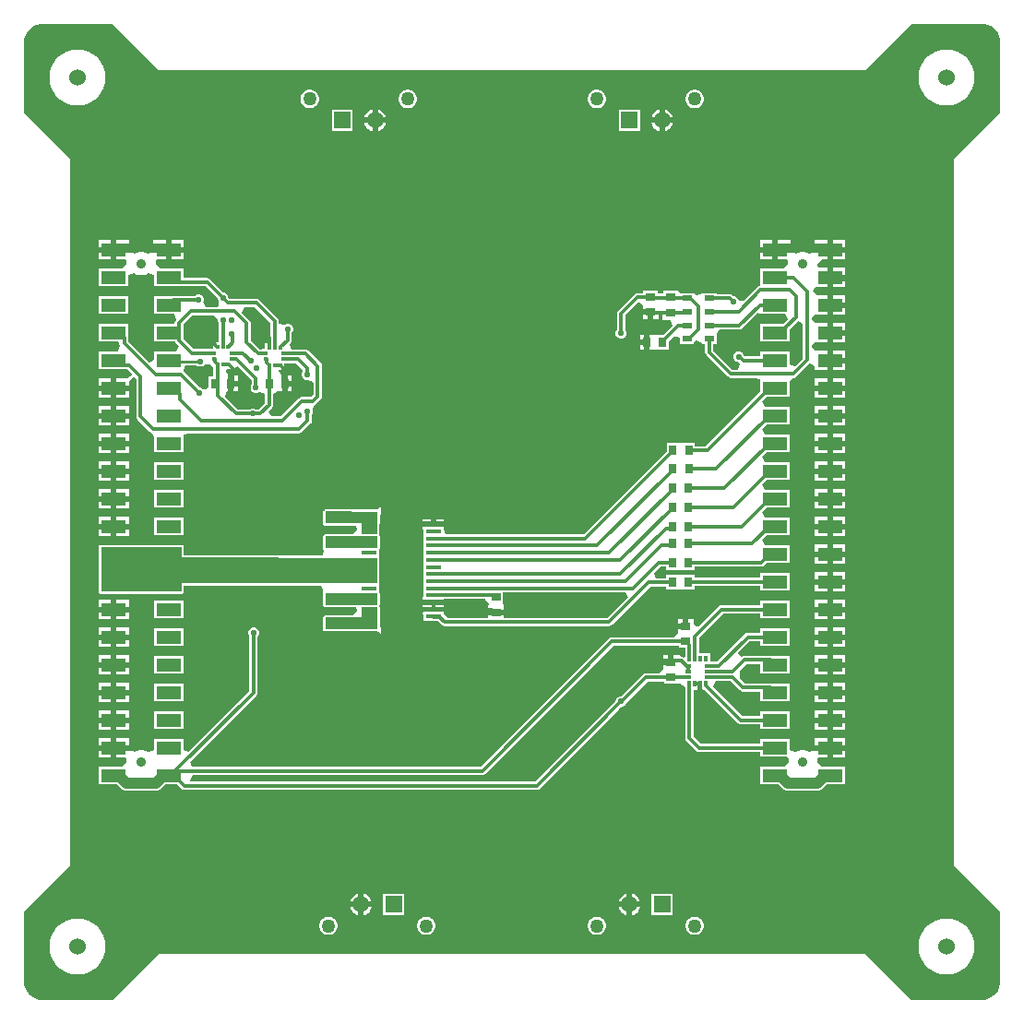
<source format=gbl>
G04*
G04 #@! TF.GenerationSoftware,Altium Limited,Altium Designer,24.9.1 (31)*
G04*
G04 Layer_Physical_Order=4*
G04 Layer_Color=16711680*
%FSLAX25Y25*%
%MOIN*%
G70*
G04*
G04 #@! TF.SameCoordinates,8C3E2955-48CA-471D-9453-E4D1A35B8BF5*
G04*
G04*
G04 #@! TF.FilePolarity,Positive*
G04*
G01*
G75*
%ADD12C,0.01000*%
%ADD21C,0.03937*%
%ADD23C,0.01378*%
%ADD24C,0.01800*%
%ADD25R,0.05984X0.05984*%
%ADD26C,0.05984*%
%ADD27C,0.05000*%
%ADD28C,0.06000*%
%ADD29C,0.03504*%
%ADD30C,0.02300*%
%ADD31R,0.07480X0.12598*%
%ADD32R,0.05807X0.01772*%
%ADD33R,0.01378X0.01181*%
%ADD34R,0.01181X0.01378*%
%ADD35R,0.03543X0.03150*%
%ADD36R,0.03543X0.02756*%
%ADD37R,0.02756X0.03543*%
%ADD38R,0.09016X0.05000*%
%ADD39R,0.03150X0.03543*%
%ADD40R,0.03740X0.02165*%
%ADD41R,0.02264X0.01378*%
%ADD42R,0.01378X0.02264*%
%ADD43C,0.01799*%
G36*
X348879Y352963D02*
X349988Y352503D01*
X350987Y351836D01*
X351836Y350987D01*
X352503Y349988D01*
X352963Y348879D01*
X353197Y347701D01*
Y347100D01*
Y321333D01*
X336932Y305068D01*
X336932Y305068D01*
X336758Y304807D01*
X336697Y304500D01*
Y49500D01*
X336758Y49193D01*
X336932Y48932D01*
X353197Y32667D01*
X353197Y7000D01*
X353197Y6390D01*
X352959Y5192D01*
X352492Y4064D01*
X351814Y3049D01*
X350951Y2186D01*
X349936Y1508D01*
X348808Y1041D01*
X347610Y803D01*
X347000Y803D01*
X321333D01*
X305068Y17068D01*
X305068Y17068D01*
X304807Y17242D01*
X304500Y17303D01*
X49500D01*
X49193Y17242D01*
X48932Y17068D01*
X32667Y803D01*
X7000D01*
X6390Y803D01*
X5192Y1041D01*
X4064Y1508D01*
X3049Y2186D01*
X2186Y3049D01*
X1508Y4064D01*
X1041Y5192D01*
X803Y6390D01*
X803Y7000D01*
Y32667D01*
X17068Y48932D01*
X17068Y48932D01*
X17242Y49193D01*
X17303Y49500D01*
Y304500D01*
X17242Y304807D01*
X17068Y305068D01*
X803Y321333D01*
Y347000D01*
Y347610D01*
X1041Y348808D01*
X1508Y349936D01*
X2186Y350951D01*
X3049Y351814D01*
X4064Y352492D01*
X5192Y352959D01*
X6390Y353197D01*
X32667D01*
X48932Y336932D01*
X48932Y336932D01*
X49193Y336758D01*
X49500Y336697D01*
X304500D01*
X304807Y336758D01*
X305068Y336932D01*
X321333Y353197D01*
X347701D01*
X348879Y352963D01*
D02*
G37*
%LPC*%
G36*
X334000Y344155D02*
X332019Y343960D01*
X330114Y343382D01*
X328358Y342444D01*
X326819Y341181D01*
X325556Y339642D01*
X324618Y337886D01*
X324040Y335981D01*
X323845Y334000D01*
X324040Y332019D01*
X324618Y330114D01*
X325556Y328358D01*
X326819Y326819D01*
X328358Y325556D01*
X330114Y324618D01*
X332019Y324040D01*
X334000Y323845D01*
X335981Y324040D01*
X337886Y324618D01*
X339642Y325556D01*
X341181Y326819D01*
X342444Y328358D01*
X343382Y330114D01*
X343960Y332019D01*
X344155Y334000D01*
X343960Y335981D01*
X343382Y337886D01*
X342444Y339642D01*
X341181Y341181D01*
X339642Y342444D01*
X337886Y343382D01*
X335981Y343960D01*
X334000Y344155D01*
D02*
G37*
G36*
X20000D02*
X18019Y343960D01*
X16114Y343382D01*
X14358Y342444D01*
X12819Y341181D01*
X11556Y339642D01*
X10618Y337886D01*
X10040Y335981D01*
X9845Y334000D01*
X10040Y332019D01*
X10618Y330114D01*
X11556Y328358D01*
X12819Y326819D01*
X14358Y325556D01*
X16114Y324618D01*
X18019Y324040D01*
X20000Y323845D01*
X21981Y324040D01*
X23886Y324618D01*
X25642Y325556D01*
X27181Y326819D01*
X28444Y328358D01*
X29382Y330114D01*
X29960Y332019D01*
X30155Y334000D01*
X29960Y335981D01*
X29382Y337886D01*
X28444Y339642D01*
X27181Y341181D01*
X25642Y342444D01*
X23886Y343382D01*
X21981Y343960D01*
X20000Y344155D01*
D02*
G37*
G36*
X243455Y329504D02*
X242589D01*
X241753Y329280D01*
X241003Y328847D01*
X240391Y328235D01*
X239959Y327485D01*
X239735Y326649D01*
Y325784D01*
X239959Y324948D01*
X240391Y324198D01*
X241003Y323586D01*
X241753Y323153D01*
X242589Y322929D01*
X243455D01*
X244291Y323153D01*
X245041Y323586D01*
X245653Y324198D01*
X246085Y324948D01*
X246309Y325784D01*
Y326649D01*
X246085Y327485D01*
X245653Y328235D01*
X245041Y328847D01*
X244291Y329280D01*
X243455Y329504D01*
D02*
G37*
G36*
X208022D02*
X207156D01*
X206320Y329280D01*
X205571Y328847D01*
X204958Y328235D01*
X204526Y327485D01*
X204302Y326649D01*
Y325784D01*
X204526Y324948D01*
X204958Y324198D01*
X205571Y323586D01*
X206320Y323153D01*
X207156Y322929D01*
X208022D01*
X208858Y323153D01*
X209608Y323586D01*
X210220Y324198D01*
X210652Y324948D01*
X210876Y325784D01*
Y326649D01*
X210652Y327485D01*
X210220Y328235D01*
X209608Y328847D01*
X208858Y329280D01*
X208022Y329504D01*
D02*
G37*
G36*
X139744D02*
X138878D01*
X138042Y329280D01*
X137293Y328847D01*
X136680Y328235D01*
X136248Y327485D01*
X136024Y326649D01*
Y325784D01*
X136248Y324948D01*
X136680Y324198D01*
X137293Y323586D01*
X138042Y323153D01*
X138878Y322929D01*
X139744D01*
X140580Y323153D01*
X141330Y323586D01*
X141942Y324198D01*
X142374Y324948D01*
X142598Y325784D01*
Y326649D01*
X142374Y327485D01*
X141942Y328235D01*
X141330Y328847D01*
X140580Y329280D01*
X139744Y329504D01*
D02*
G37*
G36*
X104311D02*
X103445D01*
X102609Y329280D01*
X101859Y328847D01*
X101247Y328235D01*
X100815Y327485D01*
X100591Y326649D01*
Y325784D01*
X100815Y324948D01*
X101247Y324198D01*
X101859Y323586D01*
X102609Y323153D01*
X103445Y322929D01*
X104311D01*
X105147Y323153D01*
X105896Y323586D01*
X106509Y324198D01*
X106941Y324948D01*
X107165Y325784D01*
Y326649D01*
X106941Y327485D01*
X106509Y328235D01*
X105896Y328847D01*
X105147Y329280D01*
X104311Y329504D01*
D02*
G37*
G36*
X128500Y322365D02*
Y319500D01*
X131365D01*
X131220Y320041D01*
X130694Y320951D01*
X129951Y321694D01*
X129041Y322220D01*
X128500Y322365D01*
D02*
G37*
G36*
X232211D02*
Y319500D01*
X235076D01*
X234931Y320041D01*
X234405Y320951D01*
X233662Y321694D01*
X232752Y322220D01*
X232211Y322365D01*
D02*
G37*
G36*
X126500D02*
X125959Y322220D01*
X125049Y321694D01*
X124305Y320951D01*
X123780Y320041D01*
X123635Y319500D01*
X126500D01*
Y322365D01*
D02*
G37*
G36*
X230211D02*
X229670Y322220D01*
X228760Y321694D01*
X228016Y320951D01*
X227491Y320041D01*
X227346Y319500D01*
X230211D01*
Y322365D01*
D02*
G37*
G36*
X223180Y322280D02*
X215620D01*
Y314721D01*
X223180D01*
Y322280D01*
D02*
G37*
G36*
X119468D02*
X111909D01*
Y314721D01*
X119468D01*
Y322280D01*
D02*
G37*
G36*
X235076Y317500D02*
X232211D01*
Y314635D01*
X232752Y314780D01*
X233662Y315305D01*
X234405Y316049D01*
X234931Y316959D01*
X235076Y317500D01*
D02*
G37*
G36*
X131365D02*
X128500D01*
Y314635D01*
X129041Y314780D01*
X129951Y315305D01*
X130694Y316049D01*
X131220Y316959D01*
X131365Y317500D01*
D02*
G37*
G36*
X230211D02*
X227346D01*
X227491Y316959D01*
X228016Y316049D01*
X228760Y315305D01*
X229670Y314780D01*
X230211Y314635D01*
Y317500D01*
D02*
G37*
G36*
X126500D02*
X123635D01*
X123780Y316959D01*
X124305Y316049D01*
X125049Y315305D01*
X125959Y314780D01*
X126500Y314635D01*
Y317500D01*
D02*
G37*
G36*
X297449Y275300D02*
X292941D01*
Y272800D01*
X297449D01*
Y275300D01*
D02*
G37*
G36*
X290941D02*
X286433D01*
Y272800D01*
X290941D01*
Y275300D01*
D02*
G37*
G36*
X277567D02*
X273059D01*
Y272800D01*
X277567D01*
Y275300D01*
D02*
G37*
G36*
X271059D02*
X266551D01*
Y272800D01*
X271059D01*
Y275300D01*
D02*
G37*
G36*
X58449D02*
X53941D01*
Y272800D01*
X58449D01*
Y275300D01*
D02*
G37*
G36*
X51941D02*
X47433D01*
Y272800D01*
X51941D01*
Y275300D01*
D02*
G37*
G36*
X38567D02*
X34059D01*
Y272800D01*
X38567D01*
Y275300D01*
D02*
G37*
G36*
X32059D02*
X27551D01*
Y272800D01*
X32059D01*
Y275300D01*
D02*
G37*
G36*
X282565Y271091D02*
X281435D01*
X280344Y270799D01*
X279535Y270332D01*
X278828Y270529D01*
X278332Y270800D01*
X273059D01*
Y268300D01*
X275921D01*
X276800Y267840D01*
X276814Y266710D01*
X275090Y265087D01*
X266764D01*
Y258705D01*
X266700D01*
X266124Y258591D01*
X265636Y258264D01*
X260802Y253431D01*
X260247Y253428D01*
X258595Y254007D01*
X258542Y254133D01*
X257997Y254678D01*
X257285Y254973D01*
X257091D01*
X256718Y255346D01*
X256230Y255673D01*
X255654Y255787D01*
X250893D01*
Y256152D01*
X245578D01*
Y256152D01*
X243609Y255421D01*
X242822Y256004D01*
Y256152D01*
X237507D01*
X236850Y256901D01*
Y256901D01*
X231732D01*
Y255925D01*
X229559D01*
Y257118D01*
X224441D01*
Y256012D01*
X222265D01*
X221689Y255898D01*
X221200Y255571D01*
X215336Y249707D01*
X215009Y249218D01*
X214895Y248642D01*
Y242735D01*
X214757Y242597D01*
X214463Y241885D01*
Y241115D01*
X214757Y240403D01*
X215303Y239858D01*
X216015Y239563D01*
X216785D01*
X217497Y239858D01*
X218042Y240403D01*
X218337Y241115D01*
Y241885D01*
X218042Y242597D01*
X217905Y242735D01*
Y248019D01*
X222472Y252586D01*
X222947Y252540D01*
X224228Y251558D01*
X224228Y250513D01*
Y250244D01*
X227000D01*
Y249244D01*
X228000D01*
Y246669D01*
X229641D01*
X231519Y246452D01*
X231650Y246452D01*
X234254D01*
X235069Y244483D01*
X231491Y240905D01*
X231458D01*
X231337Y240881D01*
X230220D01*
X228339Y241094D01*
X227034Y241094D01*
X226764D01*
Y238322D01*
Y235551D01*
X227034D01*
X228339Y235551D01*
X230220Y235763D01*
X233639D01*
Y238795D01*
X235539Y240695D01*
X237507Y239879D01*
Y237648D01*
X242822D01*
Y238262D01*
X243609Y238849D01*
X245578Y237862D01*
Y237648D01*
X246730D01*
Y234765D01*
X246845Y234189D01*
X247171Y233700D01*
X255036Y225836D01*
X255524Y225509D01*
X256100Y225395D01*
X264923D01*
X266764Y225087D01*
X266764Y223426D01*
Y220641D01*
X246928Y200805D01*
X243065D01*
Y201859D01*
X239128D01*
X238735Y201859D01*
X237160D01*
X236766Y201859D01*
X232829D01*
Y198870D01*
X202855Y168896D01*
X153053D01*
X152471Y170623D01*
X152471Y170623D01*
X152471D01*
X152471Y170623D01*
Y171509D01*
X152258D01*
Y171623D01*
X148567D01*
X144876D01*
Y171509D01*
X144663D01*
Y170623D01*
X144876D01*
Y165717D01*
Y163158D01*
Y160599D01*
Y158040D01*
Y155481D01*
Y152922D01*
Y150363D01*
Y146245D01*
X144663D01*
Y145359D01*
X144876D01*
Y145245D01*
X148567D01*
X152258D01*
Y145359D01*
X152471D01*
Y145507D01*
X167183D01*
X167373Y145341D01*
X168519Y143538D01*
X168417Y142884D01*
X168417D01*
Y141506D01*
X171189D01*
X173961D01*
Y142884D01*
X173961D01*
X173748Y144247D01*
X173748D01*
Y147972D01*
X218071D01*
X218824Y146153D01*
X211473Y138801D01*
X173961D01*
Y139506D01*
X171189D01*
X168417D01*
Y138801D01*
X153978D01*
X152471Y139914D01*
Y140800D01*
X152258D01*
Y140914D01*
X148567D01*
X144876D01*
Y140800D01*
X144663D01*
Y139914D01*
X144876D01*
Y137568D01*
X148618D01*
X148764Y137539D01*
X150158D01*
X151465Y136232D01*
X151953Y135905D01*
X152530Y135791D01*
X212096D01*
X212672Y135905D01*
X213160Y136232D01*
X227024Y150095D01*
X232682D01*
Y149041D01*
X236619D01*
X237013Y149041D01*
X238587D01*
X238981Y149041D01*
X242918D01*
Y150295D01*
X266764D01*
Y148513D01*
X277354D01*
Y155087D01*
X266764D01*
Y153305D01*
X242918D01*
Y154159D01*
X238981D01*
X238587Y154159D01*
X237013D01*
X236619Y154159D01*
X232682D01*
Y153105D01*
X229132D01*
X228379Y154924D01*
X230650Y157195D01*
X232682D01*
Y156141D01*
X236619D01*
X237013Y156141D01*
X238587D01*
X238981Y156141D01*
X242918D01*
Y157195D01*
X266951D01*
X267527Y157309D01*
X268016Y157636D01*
X268893Y158513D01*
X277354D01*
Y165087D01*
X268251D01*
X267436Y167056D01*
X268893Y168513D01*
X277354D01*
Y175087D01*
X268251D01*
X267436Y177056D01*
X268893Y178513D01*
X277354D01*
Y185087D01*
X268251D01*
X267436Y187056D01*
X268893Y188513D01*
X277354D01*
Y195087D01*
X268251D01*
X267436Y197056D01*
X268893Y198513D01*
X277354D01*
Y205087D01*
X268251D01*
X267436Y207056D01*
X268893Y208513D01*
X277354D01*
Y215087D01*
X268251D01*
X267436Y217056D01*
X268893Y218513D01*
X277354D01*
X277354Y224168D01*
X278709Y225383D01*
X279159Y225482D01*
X279298Y225509D01*
X279786Y225836D01*
X284465Y230514D01*
X285502Y230323D01*
X286433Y229790D01*
Y228300D01*
X290941D01*
Y231800D01*
Y235300D01*
X287130D01*
X286433Y235300D01*
X285162Y236742D01*
Y236858D01*
X286433Y238300D01*
X287130Y238300D01*
X290941D01*
Y241800D01*
Y245300D01*
X287130D01*
X286433Y245300D01*
X285162Y246742D01*
Y246858D01*
X286433Y248300D01*
X287130Y248300D01*
X290941D01*
Y251800D01*
Y255300D01*
X287159D01*
X287072Y255368D01*
X285691Y256961D01*
X285696Y257019D01*
X285830Y257359D01*
X286417Y258126D01*
X286613Y258247D01*
X286780Y258277D01*
X287353Y258300D01*
X288182Y258300D01*
X290941D01*
Y261800D01*
Y265300D01*
X288079D01*
X287335Y265689D01*
Y266640D01*
X289142Y268300D01*
X290941D01*
Y270800D01*
X285667D01*
X285172Y270529D01*
X284465Y270332D01*
X283656Y270799D01*
X282565Y271091D01*
D02*
G37*
G36*
X43565D02*
X42435D01*
X41344Y270799D01*
X40535Y270332D01*
X39828Y270529D01*
X39333Y270800D01*
X34059D01*
Y268300D01*
X36921D01*
X37800Y267840D01*
X37814Y266710D01*
X36090Y265087D01*
X27764D01*
Y258513D01*
X38354D01*
Y262593D01*
X40323Y263408D01*
X40365Y263366D01*
X41344Y262801D01*
X42435Y262509D01*
X43565D01*
X44656Y262801D01*
X45635Y263366D01*
X45677Y263408D01*
X47646Y262593D01*
Y258513D01*
X58236D01*
Y258543D01*
X66279D01*
X70564Y254258D01*
Y254064D01*
X70859Y253352D01*
X71137Y253074D01*
X70896Y251813D01*
X70534Y251105D01*
X66508D01*
X66055Y251657D01*
X65435Y253074D01*
X65548Y253346D01*
Y254117D01*
X65253Y254829D01*
X64708Y255374D01*
X63996Y255669D01*
X63225D01*
X62513Y255374D01*
X62207Y255067D01*
X58236D01*
Y255087D01*
X47646D01*
Y248513D01*
X55039D01*
X55761Y246768D01*
X55630Y246532D01*
X55507Y246409D01*
X55181Y245920D01*
X55120Y245614D01*
X54827Y245087D01*
X47646D01*
Y238513D01*
X55357D01*
X55369Y238450D01*
X55695Y237962D01*
X56601Y237056D01*
X55786Y235087D01*
X47646D01*
Y231841D01*
X45827Y231088D01*
X38386Y238528D01*
Y239182D01*
X38383Y239196D01*
Y239989D01*
X38354Y240134D01*
Y245087D01*
X27764D01*
Y238513D01*
X34492D01*
X35384Y236934D01*
X34569Y235087D01*
X27764D01*
Y228513D01*
X38059D01*
X39823Y226748D01*
X38986Y225841D01*
X37885Y225300D01*
X36631Y225300D01*
X34059D01*
Y222800D01*
X38567D01*
Y223333D01*
X38567Y224381D01*
X40421Y225496D01*
X41195Y224966D01*
Y211500D01*
X41309Y210924D01*
X41636Y210436D01*
X46060Y206011D01*
X46236Y205836D01*
X46912Y205189D01*
X47551Y204100D01*
X47646Y203609D01*
Y198513D01*
X58236D01*
Y203426D01*
X58236Y205087D01*
X60077Y205395D01*
X100014D01*
X100590Y205509D01*
X101078Y205836D01*
X104164Y208922D01*
X104491Y209410D01*
X104605Y209986D01*
Y211965D01*
X104743Y212103D01*
X105037Y212815D01*
Y213585D01*
X105035Y213705D01*
X105470Y215235D01*
X105959Y215865D01*
X106064Y215936D01*
X107864Y217736D01*
X108191Y218224D01*
X108305Y218800D01*
Y229800D01*
X108191Y230376D01*
X107864Y230864D01*
X103478Y235251D01*
X102989Y235578D01*
X102413Y235692D01*
X97250D01*
X96496Y237511D01*
X97029Y238044D01*
X97356Y238532D01*
X97470Y239108D01*
Y241885D01*
X97607Y242023D01*
X97902Y242735D01*
Y243505D01*
X97607Y244217D01*
X97062Y244762D01*
X96350Y245057D01*
X95580D01*
X94867Y244762D01*
X94714Y244609D01*
X92887Y245124D01*
X92746Y245213D01*
Y245860D01*
X92631Y246435D01*
X92305Y246924D01*
X85564Y253664D01*
X85076Y253991D01*
X84500Y254105D01*
X74975D01*
X74439Y254641D01*
Y254835D01*
X74144Y255547D01*
X73599Y256092D01*
X72887Y256387D01*
X72693D01*
X67967Y261113D01*
X67479Y261439D01*
X66903Y261554D01*
X58236D01*
Y265087D01*
X49910D01*
X48186Y266710D01*
X48200Y267840D01*
X49079Y268300D01*
X51941D01*
Y270800D01*
X46668D01*
X46172Y270529D01*
X45465Y270332D01*
X44656Y270799D01*
X43565Y271091D01*
D02*
G37*
G36*
X297449Y270800D02*
X292941D01*
Y268300D01*
X297449D01*
Y270800D01*
D02*
G37*
G36*
X271059D02*
X266551D01*
Y268300D01*
X271059D01*
Y270800D01*
D02*
G37*
G36*
X58449D02*
X53941D01*
Y268300D01*
X58449D01*
Y270800D01*
D02*
G37*
G36*
X32059D02*
X27551D01*
Y268300D01*
X32059D01*
Y270800D01*
D02*
G37*
G36*
X297449Y265300D02*
X292941D01*
Y262800D01*
X297449D01*
Y265300D01*
D02*
G37*
G36*
Y260800D02*
X292941D01*
Y258300D01*
X297449D01*
Y260800D01*
D02*
G37*
G36*
X292941Y255300D02*
Y252800D01*
X297449D01*
Y255300D01*
X292941D01*
D02*
G37*
G36*
X38354Y255087D02*
X27764D01*
Y248513D01*
X38354D01*
Y255087D01*
D02*
G37*
G36*
X297449Y250800D02*
X292941D01*
Y248300D01*
X297449D01*
Y250800D01*
D02*
G37*
G36*
X226000Y248244D02*
X224228D01*
Y246669D01*
X226000D01*
Y248244D01*
D02*
G37*
G36*
X292941Y245300D02*
Y242800D01*
X297449D01*
Y245300D01*
X292941D01*
D02*
G37*
G36*
X224764Y241094D02*
X223190D01*
Y239322D01*
X224764D01*
Y241094D01*
D02*
G37*
G36*
X297449Y240800D02*
X292941D01*
Y238300D01*
X297449D01*
Y240800D01*
D02*
G37*
G36*
X224764Y237322D02*
X223190D01*
Y235551D01*
X224764D01*
Y237322D01*
D02*
G37*
G36*
X292941Y235300D02*
Y232800D01*
X297449D01*
Y235300D01*
X292941D01*
D02*
G37*
G36*
X297449Y230800D02*
X292941D01*
Y228300D01*
X297449D01*
Y230800D01*
D02*
G37*
G36*
Y225300D02*
X292941D01*
Y222800D01*
X297449D01*
Y225300D01*
D02*
G37*
G36*
X290941D02*
X286433D01*
Y222800D01*
X290941D01*
Y225300D01*
D02*
G37*
G36*
X32059D02*
X27551D01*
Y222800D01*
X32059D01*
Y225300D01*
D02*
G37*
G36*
X297449Y220800D02*
X292941D01*
Y218300D01*
X297449D01*
Y220800D01*
D02*
G37*
G36*
X290941D02*
X286433D01*
Y218300D01*
X290941D01*
Y220800D01*
D02*
G37*
G36*
X38567D02*
X34059D01*
Y218300D01*
X38567D01*
Y220800D01*
D02*
G37*
G36*
X32059D02*
X27551D01*
Y218300D01*
X32059D01*
Y220800D01*
D02*
G37*
G36*
X297449Y215300D02*
X292941D01*
Y212800D01*
X297449D01*
Y215300D01*
D02*
G37*
G36*
X290941D02*
X286433D01*
Y212800D01*
X290941D01*
Y215300D01*
D02*
G37*
G36*
X38567D02*
X34059D01*
Y212800D01*
X38567D01*
Y215300D01*
D02*
G37*
G36*
X32059D02*
X27551D01*
Y212800D01*
X32059D01*
Y215300D01*
D02*
G37*
G36*
X297449Y210800D02*
X292941D01*
Y208300D01*
X297449D01*
Y210800D01*
D02*
G37*
G36*
X290941D02*
X286433D01*
Y208300D01*
X290941D01*
Y210800D01*
D02*
G37*
G36*
X38567D02*
X34059D01*
Y208300D01*
X38567D01*
Y210800D01*
D02*
G37*
G36*
X32059D02*
X27551D01*
Y208300D01*
X32059D01*
Y210800D01*
D02*
G37*
G36*
X297449Y205300D02*
X292941D01*
Y202800D01*
X297449D01*
Y205300D01*
D02*
G37*
G36*
X290941D02*
X286433D01*
Y202800D01*
X290941D01*
Y205300D01*
D02*
G37*
G36*
X38567D02*
X34059D01*
Y202800D01*
X38567D01*
Y205300D01*
D02*
G37*
G36*
X32059D02*
X27551D01*
Y202800D01*
X32059D01*
Y205300D01*
D02*
G37*
G36*
X297449Y200800D02*
X292941D01*
Y198300D01*
X297449D01*
Y200800D01*
D02*
G37*
G36*
X290941D02*
X286433D01*
Y198300D01*
X290941D01*
Y200800D01*
D02*
G37*
G36*
X38567D02*
X34059D01*
Y198300D01*
X38567D01*
Y200800D01*
D02*
G37*
G36*
X32059D02*
X27551D01*
Y198300D01*
X32059D01*
Y200800D01*
D02*
G37*
G36*
X297449Y195300D02*
X292941D01*
Y192800D01*
X297449D01*
Y195300D01*
D02*
G37*
G36*
X290941D02*
X286433D01*
Y192800D01*
X290941D01*
Y195300D01*
D02*
G37*
G36*
X38567D02*
X34059D01*
Y192800D01*
X38567D01*
Y195300D01*
D02*
G37*
G36*
X32059D02*
X27551D01*
Y192800D01*
X32059D01*
Y195300D01*
D02*
G37*
G36*
X58236Y195087D02*
X47646D01*
Y188513D01*
X58236D01*
Y195087D01*
D02*
G37*
G36*
X297449Y190800D02*
X292941D01*
Y188300D01*
X297449D01*
Y190800D01*
D02*
G37*
G36*
X290941D02*
X286433D01*
Y188300D01*
X290941D01*
Y190800D01*
D02*
G37*
G36*
X38567D02*
X34059D01*
Y188300D01*
X38567D01*
Y190800D01*
D02*
G37*
G36*
X32059D02*
X27551D01*
Y188300D01*
X32059D01*
Y190800D01*
D02*
G37*
G36*
X129717Y186089D02*
X129680Y186000D01*
X129717D01*
X129717Y186089D01*
D02*
G37*
G36*
X129717Y185000D02*
X129680D01*
X129717Y184911D01*
X129717Y185000D01*
D02*
G37*
G36*
X297449Y185300D02*
X292941D01*
Y182800D01*
X297449D01*
Y185300D01*
D02*
G37*
G36*
X290941D02*
X286433D01*
Y182800D01*
X290941D01*
Y185300D01*
D02*
G37*
G36*
X38567D02*
X34059D01*
Y182800D01*
X38567D01*
Y185300D01*
D02*
G37*
G36*
X32059D02*
X27551D01*
Y182800D01*
X32059D01*
Y185300D01*
D02*
G37*
G36*
X144283Y179657D02*
Y179363D01*
X144405D01*
X144283Y179657D01*
D02*
G37*
G36*
X58236Y185087D02*
X47646D01*
Y178513D01*
X58236D01*
Y185087D01*
D02*
G37*
G36*
X297449Y180800D02*
X292941D01*
Y178300D01*
X297449D01*
Y180800D01*
D02*
G37*
G36*
X290941D02*
X286433D01*
Y178300D01*
X290941D01*
Y180800D01*
D02*
G37*
G36*
X38567D02*
X34059D01*
Y178300D01*
X38567D01*
Y180800D01*
D02*
G37*
G36*
X32059D02*
X27551D01*
Y178300D01*
X32059D01*
Y180800D01*
D02*
G37*
G36*
X144405Y178363D02*
X144283D01*
Y178068D01*
X144405Y178363D01*
D02*
G37*
G36*
X129718Y178902D02*
X129650Y178821D01*
X129480Y178685D01*
X128430Y177989D01*
X128217Y177930D01*
X110231Y177964D01*
X109749Y177965D01*
X109749Y177965D01*
X109749Y177965D01*
X109748Y177965D01*
X109594Y177935D01*
X109594Y177935D01*
X109442Y177905D01*
X109442Y177904D01*
X109442Y177904D01*
X109441Y177904D01*
X109441Y177904D01*
X109314Y177819D01*
X109181Y177731D01*
X109181Y177731D01*
X109181Y177731D01*
X108933Y177483D01*
X108933Y177483D01*
X108932Y177483D01*
X108845Y177352D01*
X108759Y177223D01*
X108758Y177223D01*
X108758Y177223D01*
X108758Y177222D01*
X108758Y177222D01*
X108728Y177070D01*
X108728Y177070D01*
X108697Y176916D01*
X108697Y176916D01*
X108697Y176915D01*
X108697Y176915D01*
X108697Y176915D01*
X108697Y176433D01*
Y172828D01*
X108758Y172521D01*
X108932Y172260D01*
X109193Y172087D01*
X109500Y172025D01*
X120700D01*
X121086Y170723D01*
X119734Y169080D01*
X110231Y169098D01*
X109749Y169099D01*
X109749Y169099D01*
X109749Y169099D01*
X109748Y169099D01*
X109594Y169069D01*
X109594Y169069D01*
X109442Y169039D01*
X109442Y169038D01*
X109442Y169038D01*
X109441Y169038D01*
X109441Y169038D01*
X109314Y168953D01*
X109181Y168865D01*
X109181Y168865D01*
X109181Y168865D01*
X108933Y168617D01*
X108933Y168617D01*
X108932Y168617D01*
X108845Y168487D01*
X108759Y168357D01*
X108758Y168357D01*
X108758Y168357D01*
X108758Y168356D01*
X108758Y168356D01*
X108728Y168204D01*
X108728Y168204D01*
X108697Y168050D01*
X108697Y168050D01*
X108697Y168049D01*
X108697Y168049D01*
X108697Y168049D01*
X108697Y167567D01*
Y163962D01*
X108758Y163655D01*
X108932Y163394D01*
X109112Y163275D01*
X109140Y163128D01*
X108591Y161307D01*
X58303Y161377D01*
X58303Y164295D01*
X58303Y164295D01*
X58303Y164295D01*
X58303Y164296D01*
X58303Y164296D01*
X58303Y164296D01*
X58236Y165087D01*
X57498Y165100D01*
X57498Y165100D01*
X57497Y165100D01*
X57497Y165100D01*
X56668Y165100D01*
X28500D01*
X28437Y165087D01*
X27764D01*
Y164613D01*
X27758Y164604D01*
X27697Y164297D01*
Y148200D01*
X27758Y147893D01*
X27932Y147632D01*
X28193Y147458D01*
X28500Y147397D01*
X57500D01*
X57807Y147458D01*
X58068Y147632D01*
X58242Y147893D01*
X58303Y148200D01*
Y150397D01*
X107966D01*
X108236Y150083D01*
X108472Y149665D01*
X108618Y149188D01*
X108658Y148842D01*
X108766Y147881D01*
X108736Y147729D01*
X108736D01*
X108705Y147575D01*
X108705Y147575D01*
X108705Y147574D01*
X108705Y147574D01*
X108705Y147574D01*
X108705Y147092D01*
Y143473D01*
X108767Y143166D01*
X108941Y142905D01*
X109201Y142731D01*
X109508Y142670D01*
X120656D01*
X121053Y141428D01*
X119702Y139757D01*
X110248Y139775D01*
X109766Y139776D01*
X109766Y139776D01*
X109765Y139776D01*
X109765Y139776D01*
X109611Y139746D01*
X109611Y139746D01*
X109458Y139716D01*
X109458Y139716D01*
X109458Y139715D01*
X109458Y139715D01*
X109458Y139715D01*
X109330Y139630D01*
X109198Y139542D01*
X109197Y139542D01*
X109197Y139541D01*
X108949Y139294D01*
X108949Y139294D01*
X108949Y139294D01*
X108862Y139164D01*
X108775Y139034D01*
X108775Y139034D01*
X108775Y139034D01*
X108775Y139033D01*
X108775Y139033D01*
X108744Y138881D01*
X108744Y138881D01*
X108714Y138727D01*
X108714Y138727D01*
X108714Y138726D01*
X108714Y138726D01*
X108714Y138726D01*
X108714Y138244D01*
Y134639D01*
X108775Y134332D01*
X108949Y134072D01*
X109209Y133897D01*
X109517Y133836D01*
X128185D01*
X128372Y133836D01*
X128599Y133750D01*
X129510Y133117D01*
Y133117D01*
X129510Y133117D01*
Y133117D01*
X129726Y132756D01*
X129726Y135191D01*
X129174Y135451D01*
X129174Y135637D01*
Y137979D01*
X129174Y137979D01*
Y142622D01*
X129174Y142622D01*
X129124Y142876D01*
Y143219D01*
X129174Y143473D01*
Y147804D01*
X129124Y148058D01*
Y151113D01*
X129141Y151200D01*
Y160477D01*
X129124Y160564D01*
Y163692D01*
X129174Y163946D01*
Y168234D01*
X129167Y168273D01*
X129171Y168313D01*
X129136Y168425D01*
X129124Y168488D01*
Y168976D01*
X129141Y169064D01*
Y172745D01*
X129158Y172828D01*
Y176066D01*
X129719Y176367D01*
X129718Y178902D01*
D02*
G37*
G36*
X152471Y174395D02*
X149567D01*
Y173509D01*
X152471D01*
Y174395D01*
D02*
G37*
G36*
X147567D02*
X144663D01*
Y173509D01*
X147567D01*
Y174395D01*
D02*
G37*
G36*
X297449Y175300D02*
X292941D01*
Y172800D01*
X297449D01*
Y175300D01*
D02*
G37*
G36*
X290941D02*
X286433D01*
Y172800D01*
X290941D01*
Y175300D01*
D02*
G37*
G36*
X38567D02*
X34059D01*
Y172800D01*
X38567D01*
Y175300D01*
D02*
G37*
G36*
X32059D02*
X27551D01*
Y172800D01*
X32059D01*
Y175300D01*
D02*
G37*
G36*
X58236Y175087D02*
X47646D01*
Y168513D01*
X58236D01*
Y175087D01*
D02*
G37*
G36*
X297449Y170800D02*
X292941D01*
Y168300D01*
X297449D01*
Y170800D01*
D02*
G37*
G36*
X290941D02*
X286433D01*
Y168300D01*
X290941D01*
Y170800D01*
D02*
G37*
G36*
X38567D02*
X34059D01*
Y168300D01*
X38567D01*
Y170800D01*
D02*
G37*
G36*
X32059D02*
X27551D01*
Y168300D01*
X32059D01*
Y170800D01*
D02*
G37*
G36*
X297449Y165300D02*
X292941D01*
Y162800D01*
X297449D01*
Y165300D01*
D02*
G37*
G36*
X290941D02*
X286433D01*
Y162800D01*
X290941D01*
Y165300D01*
D02*
G37*
G36*
X297449Y160800D02*
X292941D01*
Y158300D01*
X297449D01*
Y160800D01*
D02*
G37*
G36*
X290941D02*
X286433D01*
Y158300D01*
X290941D01*
Y160800D01*
D02*
G37*
G36*
X297449Y155300D02*
X292941D01*
Y152800D01*
X297449D01*
Y155300D01*
D02*
G37*
G36*
X290941D02*
X286433D01*
Y152800D01*
X290941D01*
Y155300D01*
D02*
G37*
G36*
X297449Y150800D02*
X292941D01*
Y148300D01*
X297449D01*
Y150800D01*
D02*
G37*
G36*
X290941D02*
X286433D01*
Y148300D01*
X290941D01*
Y150800D01*
D02*
G37*
G36*
X297449Y145300D02*
X292941D01*
Y142800D01*
X297449D01*
Y145300D01*
D02*
G37*
G36*
X290941D02*
X286433D01*
Y142800D01*
X290941D01*
Y145300D01*
D02*
G37*
G36*
X38567D02*
X34059D01*
Y142800D01*
X38567D01*
Y145300D01*
D02*
G37*
G36*
X32059D02*
X27551D01*
Y142800D01*
X32059D01*
Y145300D01*
D02*
G37*
G36*
X152471Y143359D02*
X148567D01*
X144663D01*
Y142800D01*
X148567D01*
X152471D01*
Y143359D01*
D02*
G37*
G36*
X277354Y145087D02*
X266764D01*
Y143305D01*
X252800D01*
X252224Y143191D01*
X251736Y142864D01*
X244346Y135475D01*
X242528Y136228D01*
Y138331D01*
X240756D01*
Y135756D01*
X239756D01*
Y134756D01*
X236984D01*
Y133181D01*
X235688Y131749D01*
X212965D01*
X212389Y131635D01*
X211900Y131308D01*
X165535Y84943D01*
X61446D01*
X60692Y86762D01*
X84664Y110734D01*
X84991Y111222D01*
X85105Y111798D01*
Y132110D01*
X85242Y132247D01*
X85537Y132959D01*
Y133730D01*
X85242Y134442D01*
X84698Y134987D01*
X83985Y135282D01*
X83215D01*
X82503Y134987D01*
X81958Y134442D01*
X81663Y133730D01*
Y132959D01*
X81958Y132247D01*
X82095Y132110D01*
Y112422D01*
X60055Y90382D01*
X58236Y91135D01*
Y95087D01*
X47646D01*
Y91007D01*
X45677Y90192D01*
X45635Y90234D01*
X44656Y90799D01*
X43565Y91091D01*
X42435D01*
X41344Y90799D01*
X40535Y90332D01*
X39828Y90529D01*
X39333Y90800D01*
X34059D01*
Y88300D01*
X36921D01*
X37800Y87840D01*
X37814Y86710D01*
X36090Y85087D01*
X27764D01*
Y78513D01*
X34423D01*
X35847Y77089D01*
X36423Y76647D01*
X37093Y76369D01*
X37813Y76275D01*
X48188D01*
X48907Y76369D01*
X49577Y76647D01*
X50153Y77089D01*
X51577Y78513D01*
X56107D01*
X57584Y77036D01*
X58073Y76709D01*
X58649Y76595D01*
X186000D01*
X186576Y76709D01*
X187064Y77036D01*
X216591Y106563D01*
X216785D01*
X217497Y106858D01*
X218042Y107403D01*
X218264Y107938D01*
X226101Y115775D01*
X231866D01*
Y114918D01*
X236984D01*
Y114918D01*
X237780Y115096D01*
X239648Y113624D01*
Y95247D01*
X239762Y94671D01*
X240088Y94183D01*
X243536Y90736D01*
X244024Y90409D01*
X244600Y90295D01*
X266764D01*
Y88513D01*
X275978D01*
X276948Y87869D01*
Y86654D01*
X275247Y85087D01*
X266764D01*
Y78513D01*
X273423D01*
X274766Y77170D01*
X275342Y76728D01*
X276012Y76450D01*
X276732Y76355D01*
X287268D01*
X287988Y76450D01*
X288658Y76728D01*
X289234Y77170D01*
X290577Y78513D01*
X297236D01*
Y85087D01*
X288910D01*
X287186Y86710D01*
X287200Y87840D01*
X288079Y88300D01*
X290941D01*
Y90800D01*
X285667D01*
X285172Y90529D01*
X284465Y90332D01*
X283656Y90799D01*
X282565Y91091D01*
X281435D01*
X280344Y90799D01*
X279365Y90234D01*
X279323Y90192D01*
X277354Y91007D01*
Y95087D01*
X266764D01*
Y93305D01*
X245223D01*
X242658Y95871D01*
Y112721D01*
X244090D01*
Y114853D01*
X245553D01*
Y114410D01*
X245582Y114264D01*
Y112933D01*
X246090D01*
Y112721D01*
X246685D01*
X258670Y100736D01*
X259158Y100409D01*
X259735Y100295D01*
X266764D01*
Y98513D01*
X277354D01*
Y105087D01*
X266764D01*
Y103305D01*
X260358D01*
X249688Y113976D01*
X250503Y115944D01*
X255962D01*
X259379Y112527D01*
X259867Y112201D01*
X260443Y112087D01*
X266764D01*
Y108513D01*
X277354D01*
Y115087D01*
X270316D01*
X270267Y115097D01*
X261067D01*
X259214Y116949D01*
X259233Y119715D01*
X261636Y122118D01*
X266764D01*
Y118513D01*
X277354D01*
Y125087D01*
X270393D01*
X270248Y125116D01*
X267494D01*
X267433Y125128D01*
X261012D01*
X260436Y125014D01*
X259948Y124688D01*
X258609Y126102D01*
X262802Y130295D01*
X266764D01*
Y128513D01*
X277354D01*
Y135087D01*
X266764D01*
Y133305D01*
X262179D01*
X261603Y133191D01*
X261114Y132864D01*
X251155Y122905D01*
X248535D01*
Y125929D01*
X244626D01*
Y131498D01*
X253424Y140295D01*
X266764D01*
Y138513D01*
X277354D01*
Y145087D01*
D02*
G37*
G36*
X58236D02*
X47646D01*
Y138513D01*
X58236D01*
Y145087D01*
D02*
G37*
G36*
X297449Y140800D02*
X292941D01*
Y138300D01*
X297449D01*
Y140800D01*
D02*
G37*
G36*
X290941D02*
X286433D01*
Y138300D01*
X290941D01*
Y140800D01*
D02*
G37*
G36*
X38567D02*
X34059D01*
Y138300D01*
X38567D01*
Y140800D01*
D02*
G37*
G36*
X32059D02*
X27551D01*
Y138300D01*
X32059D01*
Y140800D01*
D02*
G37*
G36*
X238756Y138331D02*
X236984D01*
Y136756D01*
X238756D01*
Y138331D01*
D02*
G37*
G36*
X297449Y135300D02*
X292941D01*
Y132800D01*
X297449D01*
Y135300D01*
D02*
G37*
G36*
X290941D02*
X286433D01*
Y132800D01*
X290941D01*
Y135300D01*
D02*
G37*
G36*
X38567D02*
X34059D01*
Y132800D01*
X38567D01*
Y135300D01*
D02*
G37*
G36*
X32059D02*
X27551D01*
Y132800D01*
X32059D01*
Y135300D01*
D02*
G37*
G36*
X58236Y135087D02*
X47646D01*
Y128513D01*
X58236D01*
Y135087D01*
D02*
G37*
G36*
X297449Y130800D02*
X292941D01*
Y128300D01*
X297449D01*
Y130800D01*
D02*
G37*
G36*
X290941D02*
X286433D01*
Y128300D01*
X290941D01*
Y130800D01*
D02*
G37*
G36*
X38567D02*
X34059D01*
Y128300D01*
X38567D01*
Y130800D01*
D02*
G37*
G36*
X32059D02*
X27551D01*
Y128300D01*
X32059D01*
Y130800D01*
D02*
G37*
G36*
X297449Y125300D02*
X292941D01*
Y122800D01*
X297449D01*
Y125300D01*
D02*
G37*
G36*
X290941D02*
X286433D01*
Y122800D01*
X290941D01*
Y125300D01*
D02*
G37*
G36*
X38567D02*
X34059D01*
Y122800D01*
X38567D01*
Y125300D01*
D02*
G37*
G36*
X32059D02*
X27551D01*
Y122800D01*
X32059D01*
Y125300D01*
D02*
G37*
G36*
X58236Y125087D02*
X47646D01*
Y118513D01*
X58236D01*
Y125087D01*
D02*
G37*
G36*
X297449Y120800D02*
X292941D01*
Y118300D01*
X297449D01*
Y120800D01*
D02*
G37*
G36*
X290941D02*
X286433D01*
Y118300D01*
X290941D01*
Y120800D01*
D02*
G37*
G36*
X38567D02*
X34059D01*
Y118300D01*
X38567D01*
Y120800D01*
D02*
G37*
G36*
X32059D02*
X27551D01*
Y118300D01*
X32059D01*
Y120800D01*
D02*
G37*
G36*
X297449Y115300D02*
X292941D01*
Y112800D01*
X297449D01*
Y115300D01*
D02*
G37*
G36*
X290941D02*
X286433D01*
Y112800D01*
X290941D01*
Y115300D01*
D02*
G37*
G36*
X38567D02*
X34059D01*
Y112800D01*
X38567D01*
Y115300D01*
D02*
G37*
G36*
X32059D02*
X27551D01*
Y112800D01*
X32059D01*
Y115300D01*
D02*
G37*
G36*
X58236Y115087D02*
X47646D01*
Y108513D01*
X58236D01*
Y115087D01*
D02*
G37*
G36*
X297449Y110800D02*
X292941D01*
Y108300D01*
X297449D01*
Y110800D01*
D02*
G37*
G36*
X290941D02*
X286433D01*
Y108300D01*
X290941D01*
Y110800D01*
D02*
G37*
G36*
X38567D02*
X34059D01*
Y108300D01*
X38567D01*
Y110800D01*
D02*
G37*
G36*
X32059D02*
X27551D01*
Y108300D01*
X32059D01*
Y110800D01*
D02*
G37*
G36*
X297449Y105300D02*
X292941D01*
Y102800D01*
X297449D01*
Y105300D01*
D02*
G37*
G36*
X290941D02*
X286433D01*
Y102800D01*
X290941D01*
Y105300D01*
D02*
G37*
G36*
X38567D02*
X34059D01*
Y102800D01*
X38567D01*
Y105300D01*
D02*
G37*
G36*
X32059D02*
X27551D01*
Y102800D01*
X32059D01*
Y105300D01*
D02*
G37*
G36*
X58236Y105087D02*
X47646D01*
Y98513D01*
X58236D01*
Y105087D01*
D02*
G37*
G36*
X297449Y100800D02*
X292941D01*
Y98300D01*
X297449D01*
Y100800D01*
D02*
G37*
G36*
X290941D02*
X286433D01*
Y98300D01*
X290941D01*
Y100800D01*
D02*
G37*
G36*
X38567D02*
X34059D01*
Y98300D01*
X38567D01*
Y100800D01*
D02*
G37*
G36*
X32059D02*
X27551D01*
Y98300D01*
X32059D01*
Y100800D01*
D02*
G37*
G36*
X297449Y95300D02*
X292941D01*
Y92800D01*
X297449D01*
Y95300D01*
D02*
G37*
G36*
X290941D02*
X286433D01*
Y92800D01*
X290941D01*
Y95300D01*
D02*
G37*
G36*
X38567D02*
X34059D01*
Y92800D01*
X38567D01*
Y95300D01*
D02*
G37*
G36*
X32059D02*
X27551D01*
Y92800D01*
X32059D01*
Y95300D01*
D02*
G37*
G36*
X297449Y90800D02*
X292941D01*
Y88300D01*
X297449D01*
Y90800D01*
D02*
G37*
G36*
X32059D02*
X27551D01*
Y88300D01*
X32059D01*
Y90800D01*
D02*
G37*
G36*
X220389Y39065D02*
Y36200D01*
X223254D01*
X223109Y36741D01*
X222584Y37651D01*
X221840Y38394D01*
X220930Y38920D01*
X220389Y39065D01*
D02*
G37*
G36*
X218389D02*
X217848Y38920D01*
X216938Y38394D01*
X216195Y37651D01*
X215669Y36741D01*
X215524Y36200D01*
X218389D01*
Y39065D01*
D02*
G37*
G36*
X123389D02*
Y36200D01*
X126254D01*
X126109Y36741D01*
X125584Y37651D01*
X124840Y38394D01*
X123930Y38920D01*
X123389Y39065D01*
D02*
G37*
G36*
X121389D02*
X120848Y38920D01*
X119938Y38394D01*
X119194Y37651D01*
X118669Y36741D01*
X118524Y36200D01*
X121389D01*
Y39065D01*
D02*
G37*
G36*
X234980Y38980D02*
X227420D01*
Y31420D01*
X234980D01*
Y38980D01*
D02*
G37*
G36*
X137979D02*
X130420D01*
Y31420D01*
X137979D01*
Y38980D01*
D02*
G37*
G36*
X223254Y34200D02*
X220389D01*
Y31335D01*
X220930Y31480D01*
X221840Y32006D01*
X222584Y32749D01*
X223109Y33659D01*
X223254Y34200D01*
D02*
G37*
G36*
X218389D02*
X215524D01*
X215669Y33659D01*
X216195Y32749D01*
X216938Y32006D01*
X217848Y31480D01*
X218389Y31335D01*
Y34200D01*
D02*
G37*
G36*
X126254D02*
X123389D01*
Y31335D01*
X123930Y31480D01*
X124840Y32006D01*
X125584Y32749D01*
X126109Y33659D01*
X126254Y34200D01*
D02*
G37*
G36*
X121389D02*
X118524D01*
X118669Y33659D01*
X119194Y32749D01*
X119938Y32006D01*
X120848Y31480D01*
X121389Y31335D01*
Y34200D01*
D02*
G37*
G36*
X243444Y30771D02*
X242578D01*
X241742Y30547D01*
X240992Y30114D01*
X240380Y29502D01*
X239948Y28752D01*
X239724Y27916D01*
Y27051D01*
X239948Y26215D01*
X240380Y25465D01*
X240992Y24853D01*
X241742Y24420D01*
X242578Y24196D01*
X243444D01*
X244280Y24420D01*
X245029Y24853D01*
X245642Y25465D01*
X246074Y26215D01*
X246298Y27051D01*
Y27916D01*
X246074Y28752D01*
X245642Y29502D01*
X245029Y30114D01*
X244280Y30547D01*
X243444Y30771D01*
D02*
G37*
G36*
X208011D02*
X207145D01*
X206309Y30547D01*
X205559Y30114D01*
X204947Y29502D01*
X204515Y28752D01*
X204291Y27916D01*
Y27051D01*
X204515Y26215D01*
X204947Y25465D01*
X205559Y24853D01*
X206309Y24420D01*
X207145Y24196D01*
X208011D01*
X208847Y24420D01*
X209596Y24853D01*
X210209Y25465D01*
X210641Y26215D01*
X210865Y27051D01*
Y27916D01*
X210641Y28752D01*
X210209Y29502D01*
X209596Y30114D01*
X208847Y30547D01*
X208011Y30771D01*
D02*
G37*
G36*
X146444D02*
X145578D01*
X144742Y30547D01*
X143992Y30114D01*
X143380Y29502D01*
X142948Y28752D01*
X142724Y27916D01*
Y27051D01*
X142948Y26215D01*
X143380Y25465D01*
X143992Y24853D01*
X144742Y24420D01*
X145578Y24196D01*
X146444D01*
X147280Y24420D01*
X148029Y24853D01*
X148642Y25465D01*
X149074Y26215D01*
X149298Y27051D01*
Y27916D01*
X149074Y28752D01*
X148642Y29502D01*
X148029Y30114D01*
X147280Y30547D01*
X146444Y30771D01*
D02*
G37*
G36*
X111011D02*
X110145D01*
X109309Y30547D01*
X108559Y30114D01*
X107947Y29502D01*
X107515Y28752D01*
X107291Y27916D01*
Y27051D01*
X107515Y26215D01*
X107947Y25465D01*
X108559Y24853D01*
X109309Y24420D01*
X110145Y24196D01*
X111011D01*
X111847Y24420D01*
X112596Y24853D01*
X113208Y25465D01*
X113641Y26215D01*
X113865Y27051D01*
Y27916D01*
X113641Y28752D01*
X113208Y29502D01*
X112596Y30114D01*
X111847Y30547D01*
X111011Y30771D01*
D02*
G37*
G36*
X334000Y30155D02*
X332019Y29960D01*
X330114Y29382D01*
X328358Y28444D01*
X326819Y27181D01*
X325556Y25642D01*
X324618Y23886D01*
X324040Y21981D01*
X323845Y20000D01*
X324040Y18019D01*
X324618Y16114D01*
X325556Y14358D01*
X326819Y12819D01*
X328358Y11556D01*
X330114Y10618D01*
X332019Y10040D01*
X334000Y9845D01*
X335981Y10040D01*
X337886Y10618D01*
X339642Y11556D01*
X341181Y12819D01*
X342444Y14358D01*
X343382Y16114D01*
X343960Y18019D01*
X344155Y20000D01*
X343960Y21981D01*
X343382Y23886D01*
X342444Y25642D01*
X341181Y27181D01*
X339642Y28444D01*
X337886Y29382D01*
X335981Y29960D01*
X334000Y30155D01*
D02*
G37*
G36*
X20000D02*
X18019Y29960D01*
X16114Y29382D01*
X14358Y28444D01*
X12819Y27181D01*
X11556Y25642D01*
X10618Y23886D01*
X10040Y21981D01*
X9845Y20000D01*
X10040Y18019D01*
X10618Y16114D01*
X11556Y14358D01*
X12819Y12819D01*
X14358Y11556D01*
X16114Y10618D01*
X18019Y10040D01*
X20000Y9845D01*
X21981Y10040D01*
X23886Y10618D01*
X25642Y11556D01*
X27181Y12819D01*
X28444Y14358D01*
X29382Y16114D01*
X29960Y18019D01*
X30155Y20000D01*
X29960Y21981D01*
X29382Y23886D01*
X28444Y25642D01*
X27181Y27181D01*
X25642Y28444D01*
X23886Y29382D01*
X21981Y29960D01*
X20000Y30155D01*
D02*
G37*
%LPD*%
G36*
X266764Y248513D02*
Y248513D01*
X275759D01*
X276574Y246544D01*
X275118Y245087D01*
X266764D01*
Y238513D01*
X277354D01*
Y243067D01*
X280183Y245895D01*
X281680Y245484D01*
X282151Y245149D01*
Y232458D01*
X279323Y229630D01*
X277354Y230445D01*
Y235087D01*
X266764D01*
Y233305D01*
X261156D01*
X260686Y233775D01*
X260503Y234218D01*
X259958Y234763D01*
X259246Y235058D01*
X258475D01*
X257763Y234763D01*
X257218Y234218D01*
X256923Y233506D01*
Y232735D01*
X257218Y232023D01*
X257763Y231478D01*
X258475Y231183D01*
X258506D01*
X259326Y230374D01*
X258519Y228405D01*
X256723D01*
X249741Y235388D01*
Y237648D01*
X250893D01*
Y241388D01*
X251913Y242934D01*
X259139D01*
X259715Y243049D01*
X260204Y243375D01*
X265758Y248929D01*
X266764Y248513D01*
D02*
G37*
G36*
X70564Y246761D02*
Y245990D01*
X70859Y245278D01*
X70996Y245141D01*
Y238281D01*
X68942D01*
Y235932D01*
X61983D01*
X58265Y239649D01*
Y239989D01*
X58236Y240134D01*
Y244880D01*
X61450Y248095D01*
X68986D01*
X70564Y246761D01*
D02*
G37*
G36*
X89735Y245236D02*
Y238041D01*
X87682D01*
Y235879D01*
X85713Y235770D01*
X82547Y238935D01*
Y245306D01*
X82433Y245882D01*
X82107Y246371D01*
X79351Y249126D01*
X80166Y251095D01*
X83877D01*
X89735Y245236D01*
D02*
G37*
G36*
X69028Y229454D02*
Y226040D01*
X67383D01*
Y221906D01*
X66281Y221418D01*
X65415Y221303D01*
X65056Y221662D01*
X64343Y221957D01*
X64149D01*
X59174Y226933D01*
X58451Y228151D01*
X59124Y230120D01*
X62954D01*
X63284Y229790D01*
X63996Y229495D01*
X64767D01*
X65479Y229790D01*
X66024Y230335D01*
X67939Y230415D01*
X69028Y229454D01*
D02*
G37*
G36*
X82950Y224572D02*
Y223175D01*
X82812Y223038D01*
X82517Y222326D01*
Y221555D01*
X82812Y220843D01*
X83357Y220298D01*
X84069Y220003D01*
X84840D01*
X85284Y220187D01*
X86000Y220463D01*
X87742Y219606D01*
Y216399D01*
X85426Y214083D01*
X84557D01*
X84497Y214142D01*
X83785Y214437D01*
X83015D01*
X82302Y214142D01*
X82165Y214005D01*
X77924D01*
X73188Y218741D01*
X74003Y220709D01*
X74257D01*
Y223481D01*
Y226857D01*
X73749Y227610D01*
X73633Y228221D01*
X73897Y228604D01*
X76061D01*
Y228677D01*
X78029Y229492D01*
X82950Y224572D01*
D02*
G37*
G36*
X101380Y228226D02*
Y227872D01*
X101243Y227735D01*
X100948Y227023D01*
Y226252D01*
X101243Y225540D01*
X101788Y224995D01*
X102500Y224700D01*
X103271D01*
X103326Y224723D01*
X105012Y223877D01*
X105295Y223570D01*
Y219424D01*
X104376Y218505D01*
X100946D01*
X100370Y218391D01*
X99882Y218064D01*
X93308Y211491D01*
X89876D01*
X89060Y213460D01*
X90312Y214711D01*
X90638Y215199D01*
X90753Y215775D01*
Y219566D01*
X92281Y220628D01*
X93587Y220628D01*
X93856D01*
Y223400D01*
Y226288D01*
X93214Y226885D01*
X92560Y228140D01*
X92634Y228364D01*
X94800D01*
Y230703D01*
X98903D01*
X101380Y228226D01*
D02*
G37*
%LPC*%
G36*
X76257Y226253D02*
Y224481D01*
X77832D01*
Y226253D01*
X76257D01*
D02*
G37*
G36*
X77832Y222481D02*
X76257D01*
Y220709D01*
X77832D01*
Y222481D01*
D02*
G37*
G36*
X95856Y226172D02*
Y224400D01*
X97431D01*
Y226172D01*
X95856D01*
D02*
G37*
G36*
X97431Y222400D02*
X95856D01*
Y220628D01*
X97431D01*
Y222400D01*
D02*
G37*
%LPD*%
G36*
X128339Y177127D02*
X128355Y177110D01*
Y172828D01*
X128339D01*
Y169064D01*
X122500D01*
Y172828D01*
X109500D01*
Y176915D01*
X109748Y177162D01*
X128339Y177127D01*
D02*
G37*
G36*
X122444Y168272D02*
X122500Y168261D01*
X128339D01*
X128372Y168234D01*
Y163946D01*
X122533D01*
Y163962D01*
X109500D01*
Y168049D01*
X109748Y168296D01*
X122444Y168272D01*
D02*
G37*
G36*
X57497Y164297D02*
X57500Y164296D01*
Y160575D01*
X128339Y160477D01*
Y151200D01*
X57500D01*
Y148200D01*
X28500D01*
Y164297D01*
X57497D01*
D02*
G37*
G36*
X122533Y147797D02*
Y147804D01*
X128372D01*
Y143473D01*
X109508D01*
Y147574D01*
X109756Y147821D01*
X122533Y147797D01*
D02*
G37*
G36*
X128372Y142622D02*
Y137979D01*
X128372D01*
Y134639D01*
X109517D01*
Y138726D01*
X109764Y138973D01*
X122533Y138949D01*
Y142661D01*
X128333D01*
X128372Y142622D01*
D02*
G37*
G36*
X237197Y127882D02*
X239648D01*
Y124655D01*
X239082Y124438D01*
X237197Y125367D01*
Y125367D01*
X235425D01*
Y122792D01*
X234425D01*
Y121792D01*
X231653D01*
Y121523D01*
X231653Y120217D01*
X230358Y118785D01*
X225477D01*
X224901Y118671D01*
X224413Y118344D01*
X216506Y110437D01*
X216015D01*
X215303Y110143D01*
X214757Y109598D01*
X214463Y108885D01*
Y108691D01*
X185377Y79605D01*
X60896D01*
X60656Y79964D01*
X61708Y81933D01*
X166159D01*
X166735Y82047D01*
X167223Y82374D01*
X213588Y128739D01*
X237197D01*
Y127882D01*
D02*
G37*
%LPC*%
G36*
X233425Y125367D02*
X231653D01*
Y123792D01*
X233425D01*
Y125367D01*
D02*
G37*
%LPD*%
D12*
X291941Y231800D02*
X291975Y231835D01*
X291941Y261800D02*
X292357Y261384D01*
X53309Y231432D02*
X64381D01*
X52941Y231800D02*
X53309Y231432D01*
D21*
X274067Y81800D02*
X276732Y79135D01*
X287268D01*
X289933Y81800D01*
X37813Y79054D02*
X48188D01*
X35067Y81800D02*
X37813Y79054D01*
X48188D02*
X50933Y81800D01*
X272059D02*
X274067D01*
X289933D02*
X291941D01*
D23*
X216697Y108500D02*
X225477Y117280D01*
X75978Y223400D02*
Y229129D01*
X89272Y236352D02*
Y239931D01*
X35067Y241800D02*
X36878Y239989D01*
Y239185D02*
X36881Y239182D01*
Y237905D02*
X48186Y226600D01*
X36878Y239185D02*
Y239989D01*
X36881Y237905D02*
Y239182D01*
X33059Y241800D02*
X35067D01*
X63441Y253562D02*
X63611Y253731D01*
X54703Y253562D02*
X63441D01*
X52941Y251800D02*
X54703Y253562D01*
X72502Y254450D02*
X74351Y252600D01*
X55951Y260049D02*
X66903D01*
X72502Y254450D01*
X54200Y261800D02*
X55951Y260049D01*
X52941Y261800D02*
X54200D01*
X56760Y239026D02*
Y239989D01*
X54949Y241800D02*
X56760Y239989D01*
Y239026D02*
X61359Y234427D01*
X54949Y241800D02*
X56572Y243423D01*
Y245344D01*
X60827Y249600D01*
X86050Y212578D02*
X89247Y215775D01*
Y221833D02*
X89272Y221858D01*
Y222317D02*
X89319Y223375D01*
X89272Y221858D02*
Y222317D01*
X89247Y215775D02*
Y221833D01*
X74814Y230293D02*
X75978Y229129D01*
X72502Y230293D02*
X74814D01*
X75978Y223583D02*
X79487D01*
X33059Y231800D02*
X34836Y230023D01*
X38677D02*
X42700Y226000D01*
X34836Y230023D02*
X38677D01*
X33059Y81800D02*
X35067D01*
X50933D02*
X52941D01*
X212096Y137296D02*
X226400Y151600D01*
X234847D01*
X152530Y137296D02*
X212096D01*
X220803Y149477D02*
X230026Y158700D01*
X234847D01*
X148567Y149477D02*
X220803D01*
X148567Y152036D02*
X218136D01*
X216095Y154595D02*
X232555Y171055D01*
X218136Y152036D02*
X231066Y164966D01*
X148567Y154595D02*
X216095D01*
X234102Y171055D02*
X234847Y171800D01*
X232555Y171055D02*
X234102D01*
X231066Y164966D02*
X234313D01*
X148567Y139241D02*
X148764Y139044D01*
X150782D01*
X152530Y137296D01*
X239872Y249068D02*
X240165Y249361D01*
X234332Y249068D02*
X239872D01*
X240558Y253888D02*
X241812D01*
X244400Y251300D01*
X240165Y254282D02*
X240558Y253888D01*
X239756Y130244D02*
X239953D01*
X241153Y124010D02*
Y129044D01*
X239953Y130244D02*
X241153Y129044D01*
X212965Y130244D02*
X239756D01*
X166159Y83438D02*
X212965Y130244D01*
X248547Y117463D02*
X248560Y117449D01*
X256586D01*
X260443Y113592D01*
X247714Y117463D02*
X248547D01*
X247058Y114410D02*
X247125D01*
X259735Y101800D02*
X272059D01*
X247058Y114410D02*
Y114853D01*
X247125Y114410D02*
X259735Y101800D01*
X270267Y113592D02*
X272059Y111800D01*
X260443Y113592D02*
X270267D01*
X267445Y123611D02*
X270248D01*
X261012Y123623D02*
X267433D01*
X256820Y119431D02*
X261012Y123623D01*
X270248Y123611D02*
X272059Y121800D01*
X267433Y123623D02*
X267445Y123611D01*
X247700Y121400D02*
X251779D01*
X262179Y131800D02*
X272059D01*
X251779Y121400D02*
X262179Y131800D01*
X225477Y117280D02*
X234425D01*
X54579Y83438D02*
X166159D01*
X53602Y81800D02*
X54949D01*
X186000Y78100D02*
X216400Y108500D01*
X55480Y82332D02*
Y83679D01*
X52961Y81800D02*
X54589Y83428D01*
X54949Y81800D02*
X58649Y78100D01*
X234608Y117463D02*
X240511D01*
X54949Y81800D02*
X55480Y82332D01*
X83600Y111798D02*
Y133345D01*
X216400Y108500D02*
X216697D01*
X55480Y83679D02*
X83600Y111798D01*
X58649Y78100D02*
X186000D01*
X171329Y140367D02*
X179189D01*
X171189Y140506D02*
X171329Y140367D01*
X179189D02*
X179329Y140227D01*
X245109Y110949D02*
X245129Y110929D01*
X245090Y114853D02*
X245109Y114833D01*
Y110949D02*
Y114833D01*
X234410Y254419D02*
X240027D01*
X234291Y254538D02*
X234547Y254282D01*
X227337Y254419D02*
X234171D01*
X216400Y248642D02*
X222265Y254507D01*
X226751D01*
X240165Y239518D02*
X240952D01*
X244400Y242966D01*
Y251300D01*
X216400Y241500D02*
Y248642D01*
X230558Y244843D02*
X230686Y244971D01*
Y249027D01*
X226769Y249013D02*
X227000Y249244D01*
X223529Y248228D02*
X224314Y249013D01*
X223529Y244824D02*
Y248228D01*
X224314Y249013D02*
X226769D01*
X227218Y249027D02*
X230686D01*
X227000Y249244D02*
X227218Y249027D01*
X230686D02*
X234291D01*
X232115Y239400D02*
X237154Y244439D01*
X231458Y239400D02*
X232115D01*
X237154Y244439D02*
X240165D01*
X243121Y124010D02*
Y132121D01*
X252800Y141800D02*
X272059D01*
X243121Y132121D02*
X252800Y141800D01*
X239756Y135756D02*
Y139835D01*
X230165Y123278D02*
X233939D01*
X234425Y122792D01*
X234889Y123256D02*
X238212D01*
X234425Y122792D02*
X234889Y123256D01*
X240068Y121400D02*
X240322D01*
X238212Y123256D02*
X240068Y121400D01*
X57378Y226600D02*
X63958Y220020D01*
X56981Y217818D02*
Y219214D01*
X84500Y252600D02*
X91241Y245860D01*
X74351Y252600D02*
X84500D01*
X84455Y221940D02*
Y225195D01*
X77231Y232420D02*
X84455Y225195D01*
X75690Y232420D02*
X77231D01*
X75651Y232458D02*
X75690Y232420D01*
X82567Y231550D02*
X82802D01*
X94413Y224532D02*
Y228849D01*
Y224532D02*
X95200Y223745D01*
X93398Y229864D02*
X94413Y228849D01*
X93300Y229864D02*
X93398D01*
X93209Y229955D02*
X93300Y229864D01*
X56949Y219247D02*
Y219800D01*
Y219247D02*
X56981Y219214D01*
X54949Y221800D02*
X56949Y219800D01*
X63958Y220020D02*
Y220020D01*
X48186Y226600D02*
X57378D01*
X106800Y218800D02*
Y229800D01*
X47300Y206900D02*
X100014D01*
X103100Y209986D02*
Y213200D01*
X42700Y211500D02*
Y226000D01*
X74561Y236683D02*
Y236781D01*
X75651Y241051D02*
X75975Y240727D01*
X100946Y217000D02*
X105000D01*
X52941Y221800D02*
X54949D01*
X64814Y209986D02*
X93932D01*
X100014Y206900D02*
X103100Y209986D01*
X247700Y119431D02*
X256820D01*
X243121Y114853D02*
X245090D01*
X240322Y121400D02*
X240511Y121211D01*
Y119431D02*
Y121211D01*
X248235Y234765D02*
X256100Y226900D01*
X278722D01*
X283656Y231835D02*
Y256710D01*
X272059Y261800D02*
X278566D01*
X259212Y233120D02*
X260533Y231800D01*
X255654Y254282D02*
X256900Y253036D01*
X258861Y233120D02*
X259212D01*
X61359Y234427D02*
X69352D01*
X52941Y241800D02*
X54949D01*
X91241Y236352D02*
Y245860D01*
X278566Y261800D02*
X283656Y256710D01*
X278722Y226900D02*
X283656Y231835D01*
X248235Y234765D02*
Y239518D01*
X260533Y231800D02*
X272059D01*
X148567Y159713D02*
X216154D01*
X234847Y178406D01*
X170795Y140506D02*
X171189D01*
X148567Y141800D02*
X169502D01*
X170795Y140506D01*
X148567Y146918D02*
X148661Y147012D01*
X170589D02*
X171189Y146412D01*
X148661Y147012D02*
X170589D01*
X234313Y164966D02*
X234847Y165500D01*
X76749Y249600D02*
X81042Y245306D01*
X42700Y211500D02*
X47300Y206900D01*
X105000Y217000D02*
X106800Y218800D01*
X94390Y234187D02*
X102413D01*
X106800Y229800D01*
X93932Y209986D02*
X100946Y217000D01*
X56981Y217818D02*
X64814Y209986D01*
X85167Y234187D02*
X88091D01*
X60827Y249600D02*
X76749D01*
X81042Y238312D02*
Y245306D01*
X240953Y151800D02*
X272059D01*
X234847Y178406D02*
Y178800D01*
X148567Y162272D02*
X212013D01*
X234847Y185106D01*
Y185500D01*
X207720Y164831D02*
X234995Y192106D01*
X148567Y164831D02*
X207720D01*
X234995Y192106D02*
Y192500D01*
X240753Y185500D02*
X253751D01*
X240753Y178800D02*
X257051D01*
X270051Y191800D01*
X203479Y167391D02*
X234995Y198906D01*
X148567Y167391D02*
X203479D01*
X234995Y198906D02*
Y199300D01*
X148567Y141800D02*
Y144359D01*
Y172509D02*
X164100D01*
X240753Y151600D02*
X240953Y151800D01*
X250751Y192500D02*
X270051Y211800D01*
X240900Y192500D02*
X250751D01*
X240753Y165500D02*
X263751D01*
X240753Y171800D02*
X260051D01*
X240753Y158700D02*
X266951D01*
X270051Y201800D02*
X272059D01*
X253751Y185500D02*
X270051Y201800D01*
Y161800D02*
X272059D01*
X266951Y158700D02*
X270051Y161800D01*
Y191800D02*
X272059D01*
X270051Y181800D02*
X272059D01*
X260051Y171800D02*
X270051Y181800D01*
Y171800D02*
X272059D01*
X263751Y165500D02*
X270051Y171800D01*
Y211800D02*
X272059D01*
X83478Y212578D02*
X86050D01*
X83400Y212500D02*
X83478Y212578D01*
X77300Y212500D02*
X83400D01*
X70686Y219114D02*
X77300Y212500D01*
X70686Y219114D02*
Y221088D01*
X70663Y221111D02*
X70686Y221088D01*
X75975Y238195D02*
Y240727D01*
X81042Y238312D02*
X85167Y234187D01*
X75651Y234427D02*
X75742Y234336D01*
X94856Y223400D02*
X99245D01*
X93209Y229955D02*
Y230053D01*
X75651Y241051D02*
Y241403D01*
X87800D02*
X89272Y239931D01*
X87800Y241403D02*
Y241755D01*
X69541Y231383D02*
Y232368D01*
Y231383D02*
X70533Y230391D01*
X67694Y239529D02*
X70442Y236781D01*
X74561D02*
X75975Y238195D01*
X74470Y236592D02*
X74561Y236683D01*
X89272Y222940D02*
Y229955D01*
X88280Y231143D02*
X89272Y230151D01*
X88280Y231143D02*
Y232128D01*
X88189Y232218D02*
X88280Y232128D01*
X88091Y232218D02*
X88189D01*
X70533Y221191D02*
Y230194D01*
X70442Y236683D02*
Y236781D01*
Y236683D02*
X70533Y236592D01*
X102885Y226637D02*
Y228849D01*
X72502Y236592D02*
Y246375D01*
X64381Y239529D02*
X67694D01*
X99526Y232208D02*
X102885Y228849D01*
X75742Y234336D02*
X79781D01*
X94579Y232208D02*
X99526D01*
X93300Y236541D02*
X93398D01*
X95965Y239108D01*
Y243120D01*
X93209Y236451D02*
X93300Y236541D01*
X79781Y234336D02*
X82567Y231550D01*
X94390Y232218D02*
X94569D01*
X91241Y230053D02*
X93209D01*
X94569Y232218D02*
X94579Y232208D01*
X240900Y199300D02*
X247551D01*
X270051Y221800D01*
X272059D01*
X220736Y238322D02*
X225991D01*
X225991Y238322D01*
X220736Y238322D02*
X220736Y238322D01*
X241153Y95247D02*
X244600Y91800D01*
X241153Y95247D02*
Y114853D01*
X244600Y91800D02*
X272059D01*
X248235Y254282D02*
X255654D01*
X248235Y249361D02*
X258861D01*
X248235Y244439D02*
X259139D01*
X266500Y251800D01*
X258861Y249361D02*
X266700Y257200D01*
X266500Y251800D02*
X272059D01*
X274067Y241800D02*
X276067Y243800D01*
Y243908D02*
X279500Y247341D01*
X276067Y243800D02*
Y243908D01*
X279500Y247341D02*
Y254900D01*
X272059Y241800D02*
X274067D01*
X266700Y257200D02*
X277200D01*
X279500Y254900D01*
D24*
X33059Y91800D02*
Y101800D01*
Y111800D01*
Y121800D01*
Y131800D01*
Y141800D01*
Y171800D02*
Y181800D01*
Y191800D01*
Y201800D01*
Y211800D01*
Y221800D01*
X23000D02*
X33059D01*
X23000Y211800D02*
X33059D01*
X23000Y201800D02*
X33059D01*
X23000Y191800D02*
X33059D01*
X23000Y181800D02*
X33059D01*
X23000Y171800D02*
X33059D01*
X23000Y141800D02*
X33059D01*
X23000Y131800D02*
X33059D01*
X23000Y121800D02*
X33059D01*
X23000Y111800D02*
X33059D01*
X23000Y101800D02*
X33059D01*
X23000Y91800D02*
X33059D01*
X290348Y273393D02*
X291941Y271800D01*
X272059D02*
X273652Y273393D01*
X290348D01*
X291941Y261800D02*
Y271800D01*
Y279300D01*
X272059Y271800D02*
Y279300D01*
D25*
X115689Y318500D02*
D03*
X134200Y35200D02*
D03*
X219400Y318500D02*
D03*
X231200Y35200D02*
D03*
D26*
X127500Y318500D02*
D03*
X122389Y35200D02*
D03*
X231211Y318500D02*
D03*
X219389Y35200D02*
D03*
D27*
X103878Y326217D02*
D03*
X139311D02*
D03*
X146011Y27483D02*
D03*
X110578D02*
D03*
X207589Y326217D02*
D03*
X243022D02*
D03*
X207578Y27483D02*
D03*
X243011D02*
D03*
D28*
X20000Y334000D02*
D03*
Y20000D02*
D03*
X334000D02*
D03*
Y334000D02*
D03*
D29*
X43000Y86800D02*
D03*
Y266800D02*
D03*
X282000Y86800D02*
D03*
Y266800D02*
D03*
D30*
X117700Y136806D02*
D03*
Y145648D02*
D03*
Y166130D02*
D03*
Y174969D02*
D03*
X201200Y106800D02*
D03*
X250400Y99500D02*
D03*
X279500Y236858D02*
D03*
X263500Y240400D02*
D03*
X43000Y243423D02*
D03*
Y258029D02*
D03*
X84676Y228849D02*
D03*
X218700Y69200D02*
D03*
X121567Y66500D02*
D03*
X133053Y294532D02*
D03*
X201901Y296518D02*
D03*
X206970Y291000D02*
D03*
X127778Y289460D02*
D03*
X80690Y135282D02*
D03*
X99245Y223400D02*
D03*
X79487Y223481D02*
D03*
X87800Y241755D02*
D03*
X64381Y239529D02*
D03*
X86402Y135282D02*
D03*
X257285Y256357D02*
D03*
X259723Y254419D02*
D03*
X98745Y241369D02*
D03*
Y244377D02*
D03*
X68246Y253074D02*
D03*
X75628Y255669D02*
D03*
X62220Y256766D02*
D03*
X69344Y246286D02*
D03*
X75742Y246375D02*
D03*
X61635Y229129D02*
D03*
X64310Y228168D02*
D03*
X99957Y227735D02*
D03*
X99866Y212103D02*
D03*
X106064Y211491D02*
D03*
X106185Y214711D02*
D03*
X81372Y220843D02*
D03*
X81463Y215523D02*
D03*
X84676D02*
D03*
X261365Y234765D02*
D03*
X219639Y241500D02*
D03*
X213404Y239400D02*
D03*
X213085Y242597D02*
D03*
X80690Y131661D02*
D03*
X86788Y131702D02*
D03*
X213585Y109598D02*
D03*
X216785Y105303D02*
D03*
X219218Y107403D02*
D03*
X257763Y230185D02*
D03*
X255763Y232735D02*
D03*
X179329Y140227D02*
D03*
X245129Y110929D02*
D03*
X230702Y244843D02*
D03*
X223529Y244824D02*
D03*
X216400Y241500D02*
D03*
X239756Y139835D02*
D03*
X230165Y123278D02*
D03*
X111026Y166212D02*
D03*
Y145720D02*
D03*
X23000Y91800D02*
D03*
Y101800D02*
D03*
Y111800D02*
D03*
Y121800D02*
D03*
Y131800D02*
D03*
Y141800D02*
D03*
Y171800D02*
D03*
Y181800D02*
D03*
Y191800D02*
D03*
Y201800D02*
D03*
Y211800D02*
D03*
Y221800D02*
D03*
X301676Y121800D02*
D03*
Y131800D02*
D03*
Y91800D02*
D03*
Y101800D02*
D03*
Y111800D02*
D03*
Y141800D02*
D03*
Y151800D02*
D03*
Y161800D02*
D03*
Y171800D02*
D03*
Y181800D02*
D03*
Y191800D02*
D03*
Y201800D02*
D03*
Y211800D02*
D03*
Y221800D02*
D03*
Y231835D02*
D03*
Y241800D02*
D03*
Y251800D02*
D03*
Y261384D02*
D03*
X82802Y231550D02*
D03*
X103100Y213200D02*
D03*
X63958Y220020D02*
D03*
X75651Y241403D02*
D03*
X84455Y221940D02*
D03*
X132285Y132737D02*
D03*
X136935D02*
D03*
X141985D02*
D03*
X142056Y126003D02*
D03*
X137006Y126102D02*
D03*
X132356D02*
D03*
X142285Y178863D02*
D03*
X137385D02*
D03*
X132185D02*
D03*
X131800Y185500D02*
D03*
X137000D02*
D03*
X141900D02*
D03*
X258861Y233120D02*
D03*
X256900Y253036D02*
D03*
X111026Y136780D02*
D03*
Y174969D02*
D03*
X164100Y172509D02*
D03*
X83400Y212500D02*
D03*
X95965Y243120D02*
D03*
X102885Y226637D02*
D03*
X72502Y246375D02*
D03*
X63611Y253731D02*
D03*
X64381Y231432D02*
D03*
X72502Y254450D02*
D03*
X116951Y60800D02*
D03*
X220736Y238322D02*
D03*
X33059Y279500D02*
D03*
X52952Y279436D02*
D03*
X212600Y62900D02*
D03*
X291941Y279300D02*
D03*
X272059D02*
D03*
X83600Y133345D02*
D03*
X216400Y108500D02*
D03*
D31*
X137000Y155875D02*
D03*
D32*
X125433Y172509D02*
D03*
Y169950D02*
D03*
Y162272D02*
D03*
Y159713D02*
D03*
Y157154D02*
D03*
Y154595D02*
D03*
Y152036D02*
D03*
Y149477D02*
D03*
Y146918D02*
D03*
Y144359D02*
D03*
X148567Y139241D02*
D03*
Y141800D02*
D03*
Y144359D02*
D03*
Y146918D02*
D03*
Y149477D02*
D03*
Y152036D02*
D03*
Y154595D02*
D03*
Y157154D02*
D03*
Y159713D02*
D03*
Y162272D02*
D03*
Y164831D02*
D03*
Y167391D02*
D03*
Y169950D02*
D03*
Y172509D02*
D03*
X125433Y164831D02*
D03*
Y167391D02*
D03*
Y139241D02*
D03*
Y141800D02*
D03*
D33*
X75651Y232458D02*
D03*
X69352D02*
D03*
Y234427D02*
D03*
X75651D02*
D03*
X88091Y232218D02*
D03*
Y234187D02*
D03*
X94390D02*
D03*
Y232218D02*
D03*
D34*
X74470Y230293D02*
D03*
X72502D02*
D03*
X70533D02*
D03*
Y236592D02*
D03*
X72502D02*
D03*
X74470D02*
D03*
X89272Y236352D02*
D03*
X91241D02*
D03*
X93209D02*
D03*
Y230053D02*
D03*
X91241D02*
D03*
X89272D02*
D03*
D35*
X227000Y254756D02*
D03*
Y249244D02*
D03*
X234291Y254538D02*
D03*
Y249027D02*
D03*
X239756Y135756D02*
D03*
Y130244D02*
D03*
X234425Y117280D02*
D03*
Y122792D02*
D03*
D36*
X171189Y146412D02*
D03*
Y140506D02*
D03*
D37*
X240753Y178800D02*
D03*
X234847D02*
D03*
X234995Y199300D02*
D03*
X240900D02*
D03*
X234995Y192500D02*
D03*
X240900D02*
D03*
X234847Y185500D02*
D03*
X240753D02*
D03*
X240753Y171800D02*
D03*
X234847D02*
D03*
X240753Y158700D02*
D03*
X234847D02*
D03*
X240753Y151600D02*
D03*
X234847D02*
D03*
X240753Y165500D02*
D03*
X234847D02*
D03*
D38*
X52941Y81800D02*
D03*
X33059D02*
D03*
X52941Y271800D02*
D03*
X33059D02*
D03*
Y231800D02*
D03*
Y241800D02*
D03*
Y251800D02*
D03*
X52941Y91800D02*
D03*
Y101800D02*
D03*
Y111800D02*
D03*
Y121800D02*
D03*
Y131800D02*
D03*
Y141800D02*
D03*
Y151800D02*
D03*
Y161800D02*
D03*
Y171800D02*
D03*
Y181800D02*
D03*
Y191800D02*
D03*
Y201800D02*
D03*
Y211800D02*
D03*
Y221800D02*
D03*
Y231800D02*
D03*
Y241800D02*
D03*
Y251800D02*
D03*
Y261800D02*
D03*
X33059D02*
D03*
Y131800D02*
D03*
Y141800D02*
D03*
Y101800D02*
D03*
Y91800D02*
D03*
Y111800D02*
D03*
Y121800D02*
D03*
Y151800D02*
D03*
Y161800D02*
D03*
Y171800D02*
D03*
Y181800D02*
D03*
Y191800D02*
D03*
Y201800D02*
D03*
Y211800D02*
D03*
Y221800D02*
D03*
X291941Y261800D02*
D03*
Y251800D02*
D03*
Y241800D02*
D03*
Y231800D02*
D03*
Y221800D02*
D03*
Y211800D02*
D03*
Y201800D02*
D03*
Y191800D02*
D03*
Y181800D02*
D03*
Y171800D02*
D03*
Y151800D02*
D03*
Y141800D02*
D03*
Y131800D02*
D03*
Y121800D02*
D03*
Y111800D02*
D03*
Y101800D02*
D03*
Y91800D02*
D03*
Y161800D02*
D03*
X272059Y261800D02*
D03*
Y251800D02*
D03*
Y241800D02*
D03*
Y231800D02*
D03*
Y221800D02*
D03*
Y211800D02*
D03*
Y201800D02*
D03*
Y191800D02*
D03*
Y181800D02*
D03*
Y171800D02*
D03*
Y161800D02*
D03*
Y151800D02*
D03*
Y121800D02*
D03*
Y91800D02*
D03*
Y101800D02*
D03*
Y111800D02*
D03*
Y141800D02*
D03*
Y131800D02*
D03*
X291941Y81800D02*
D03*
X272059D02*
D03*
X291941Y271800D02*
D03*
X272059D02*
D03*
D39*
X75257Y223481D02*
D03*
X69746D02*
D03*
X89344Y223400D02*
D03*
X94856D02*
D03*
X231276Y238322D02*
D03*
X225764D02*
D03*
D40*
X248235Y254282D02*
D03*
Y249361D02*
D03*
Y239518D02*
D03*
Y244439D02*
D03*
X240165Y254282D02*
D03*
Y249361D02*
D03*
Y244439D02*
D03*
Y239518D02*
D03*
D41*
X247700Y117463D02*
D03*
Y119431D02*
D03*
Y121400D02*
D03*
X240511D02*
D03*
Y119431D02*
D03*
Y117463D02*
D03*
D42*
X247058Y124010D02*
D03*
X245090D02*
D03*
X243121D02*
D03*
X241153D02*
D03*
Y114853D02*
D03*
X243121D02*
D03*
X245090D02*
D03*
X247058D02*
D03*
D43*
X34758Y273301D02*
X39213D01*
X39227Y273287D02*
X51454D01*
X34659Y273400D02*
X34758Y273301D01*
X39213D02*
X39227Y273287D01*
X33059Y271800D02*
X34659Y273400D01*
X51454Y273287D02*
X52941Y271800D01*
Y279500D01*
X291941Y91800D02*
Y101800D01*
Y111800D01*
Y121800D01*
Y131800D01*
Y141800D01*
Y151800D01*
Y161800D01*
Y171800D01*
Y181800D01*
Y191800D01*
Y201800D01*
Y211800D01*
Y221800D01*
Y231800D01*
Y241800D01*
Y251800D01*
Y261800D01*
Y91800D02*
X301676D01*
X291941Y101800D02*
X301676D01*
X291941Y111800D02*
X301676D01*
X291941Y121800D02*
X301676D01*
X291941Y131800D02*
X301676D01*
X291941Y141800D02*
X301676D01*
X291941Y151800D02*
X301676D01*
X291941Y161800D02*
X301676D01*
X291941Y171800D02*
X301676D01*
X291941Y181800D02*
X301676D01*
X291941Y191800D02*
X301676D01*
X291941Y201800D02*
X301676D01*
X291941Y211800D02*
X301676D01*
X291941Y221800D02*
X301676D01*
X291975Y231835D02*
X301676D01*
X291941Y241800D02*
X301676D01*
X291941Y251800D02*
X301676D01*
X292357Y261384D02*
X301676D01*
X33059Y271800D02*
Y279500D01*
M02*

</source>
